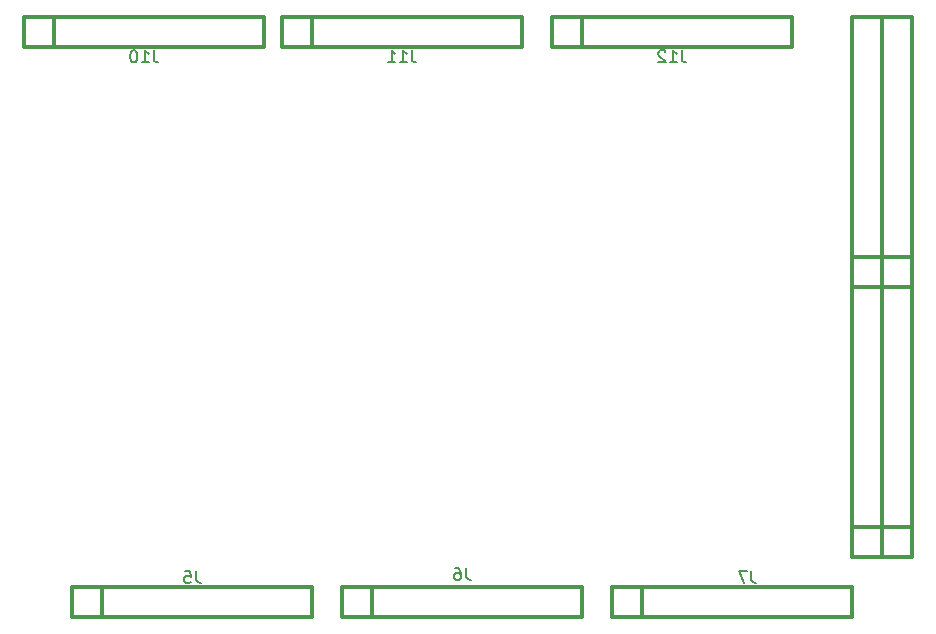
<source format=gbo>
G04 (created by PCBNEW-RS274X (2010-11-03 BZR 2592)-stable) date Sat 17 Mar 2012 17:18:43 COT*
G01*
G70*
G90*
%MOIN*%
G04 Gerber Fmt 3.4, Leading zero omitted, Abs format*
%FSLAX34Y34*%
G04 APERTURE LIST*
%ADD10C,0.006000*%
%ADD11C,0.012000*%
%ADD12C,0.008000*%
G04 APERTURE END LIST*
G54D10*
G54D11*
X74800Y-46900D02*
X73800Y-46900D01*
X74800Y-47900D02*
X74800Y-38900D01*
X74800Y-38900D02*
X73800Y-38900D01*
X73800Y-38900D02*
X73800Y-47900D01*
X73800Y-47900D02*
X74800Y-47900D01*
X73800Y-46900D02*
X72800Y-46900D01*
X73800Y-47900D02*
X73800Y-38900D01*
X73800Y-38900D02*
X72800Y-38900D01*
X72800Y-38900D02*
X72800Y-47900D01*
X72800Y-47900D02*
X73800Y-47900D01*
X73800Y-37900D02*
X72800Y-37900D01*
X73800Y-38900D02*
X73800Y-29900D01*
X73800Y-29900D02*
X72800Y-29900D01*
X72800Y-29900D02*
X72800Y-38900D01*
X72800Y-38900D02*
X73800Y-38900D01*
X74800Y-37900D02*
X73800Y-37900D01*
X74800Y-38900D02*
X74800Y-29900D01*
X74800Y-29900D02*
X73800Y-29900D01*
X73800Y-29900D02*
X73800Y-38900D01*
X73800Y-38900D02*
X74800Y-38900D01*
X56800Y-49900D02*
X56800Y-48900D01*
X55800Y-49900D02*
X63800Y-49900D01*
X63800Y-49900D02*
X63800Y-48900D01*
X63800Y-48900D02*
X55800Y-48900D01*
X55800Y-48900D02*
X55800Y-49900D01*
X65800Y-49900D02*
X65800Y-48900D01*
X64800Y-49900D02*
X72800Y-49900D01*
X72800Y-49900D02*
X72800Y-48900D01*
X72800Y-48900D02*
X64800Y-48900D01*
X64800Y-48900D02*
X64800Y-49900D01*
X46200Y-30900D02*
X46200Y-29900D01*
X45200Y-30900D02*
X53200Y-30900D01*
X53200Y-30900D02*
X53200Y-29900D01*
X53200Y-29900D02*
X45200Y-29900D01*
X45200Y-29900D02*
X45200Y-30900D01*
X54800Y-30900D02*
X54800Y-29900D01*
X53800Y-30900D02*
X61800Y-30900D01*
X61800Y-30900D02*
X61800Y-29900D01*
X61800Y-29900D02*
X53800Y-29900D01*
X53800Y-29900D02*
X53800Y-30900D01*
X63800Y-30900D02*
X63800Y-29900D01*
X62800Y-30900D02*
X70800Y-30900D01*
X70800Y-30900D02*
X70800Y-29900D01*
X70800Y-29900D02*
X62800Y-29900D01*
X62800Y-29900D02*
X62800Y-30900D01*
X47800Y-49900D02*
X47800Y-48900D01*
X46800Y-49900D02*
X54800Y-49900D01*
X54800Y-49900D02*
X54800Y-48900D01*
X54800Y-48900D02*
X46800Y-48900D01*
X46800Y-48900D02*
X46800Y-49900D01*
G54D12*
X59933Y-48262D02*
X59933Y-48548D01*
X59953Y-48605D01*
X59991Y-48643D01*
X60048Y-48662D01*
X60086Y-48662D01*
X59571Y-48262D02*
X59648Y-48262D01*
X59686Y-48281D01*
X59705Y-48300D01*
X59743Y-48357D01*
X59762Y-48433D01*
X59762Y-48586D01*
X59743Y-48624D01*
X59724Y-48643D01*
X59686Y-48662D01*
X59609Y-48662D01*
X59571Y-48643D01*
X59552Y-48624D01*
X59533Y-48586D01*
X59533Y-48490D01*
X59552Y-48452D01*
X59571Y-48433D01*
X59609Y-48414D01*
X59686Y-48414D01*
X59724Y-48433D01*
X59743Y-48452D01*
X59762Y-48490D01*
X69433Y-48362D02*
X69433Y-48648D01*
X69453Y-48705D01*
X69491Y-48743D01*
X69548Y-48762D01*
X69586Y-48762D01*
X69281Y-48362D02*
X69014Y-48362D01*
X69186Y-48762D01*
X49523Y-31012D02*
X49523Y-31298D01*
X49543Y-31355D01*
X49581Y-31393D01*
X49638Y-31412D01*
X49676Y-31412D01*
X49123Y-31412D02*
X49352Y-31412D01*
X49238Y-31412D02*
X49238Y-31012D01*
X49276Y-31069D01*
X49314Y-31107D01*
X49352Y-31126D01*
X48876Y-31012D02*
X48837Y-31012D01*
X48799Y-31031D01*
X48780Y-31050D01*
X48761Y-31088D01*
X48742Y-31164D01*
X48742Y-31260D01*
X48761Y-31336D01*
X48780Y-31374D01*
X48799Y-31393D01*
X48837Y-31412D01*
X48876Y-31412D01*
X48914Y-31393D01*
X48933Y-31374D01*
X48952Y-31336D01*
X48971Y-31260D01*
X48971Y-31164D01*
X48952Y-31088D01*
X48933Y-31050D01*
X48914Y-31031D01*
X48876Y-31012D01*
X58123Y-31012D02*
X58123Y-31298D01*
X58143Y-31355D01*
X58181Y-31393D01*
X58238Y-31412D01*
X58276Y-31412D01*
X57723Y-31412D02*
X57952Y-31412D01*
X57838Y-31412D02*
X57838Y-31012D01*
X57876Y-31069D01*
X57914Y-31107D01*
X57952Y-31126D01*
X57342Y-31412D02*
X57571Y-31412D01*
X57457Y-31412D02*
X57457Y-31012D01*
X57495Y-31069D01*
X57533Y-31107D01*
X57571Y-31126D01*
X67123Y-31012D02*
X67123Y-31298D01*
X67143Y-31355D01*
X67181Y-31393D01*
X67238Y-31412D01*
X67276Y-31412D01*
X66723Y-31412D02*
X66952Y-31412D01*
X66838Y-31412D02*
X66838Y-31012D01*
X66876Y-31069D01*
X66914Y-31107D01*
X66952Y-31126D01*
X66571Y-31050D02*
X66552Y-31031D01*
X66514Y-31012D01*
X66418Y-31012D01*
X66380Y-31031D01*
X66361Y-31050D01*
X66342Y-31088D01*
X66342Y-31126D01*
X66361Y-31183D01*
X66590Y-31412D01*
X66342Y-31412D01*
X50933Y-48362D02*
X50933Y-48648D01*
X50953Y-48705D01*
X50991Y-48743D01*
X51048Y-48762D01*
X51086Y-48762D01*
X50552Y-48362D02*
X50743Y-48362D01*
X50762Y-48552D01*
X50743Y-48533D01*
X50705Y-48514D01*
X50609Y-48514D01*
X50571Y-48533D01*
X50552Y-48552D01*
X50533Y-48590D01*
X50533Y-48686D01*
X50552Y-48724D01*
X50571Y-48743D01*
X50609Y-48762D01*
X50705Y-48762D01*
X50743Y-48743D01*
X50762Y-48724D01*
M02*

</source>
